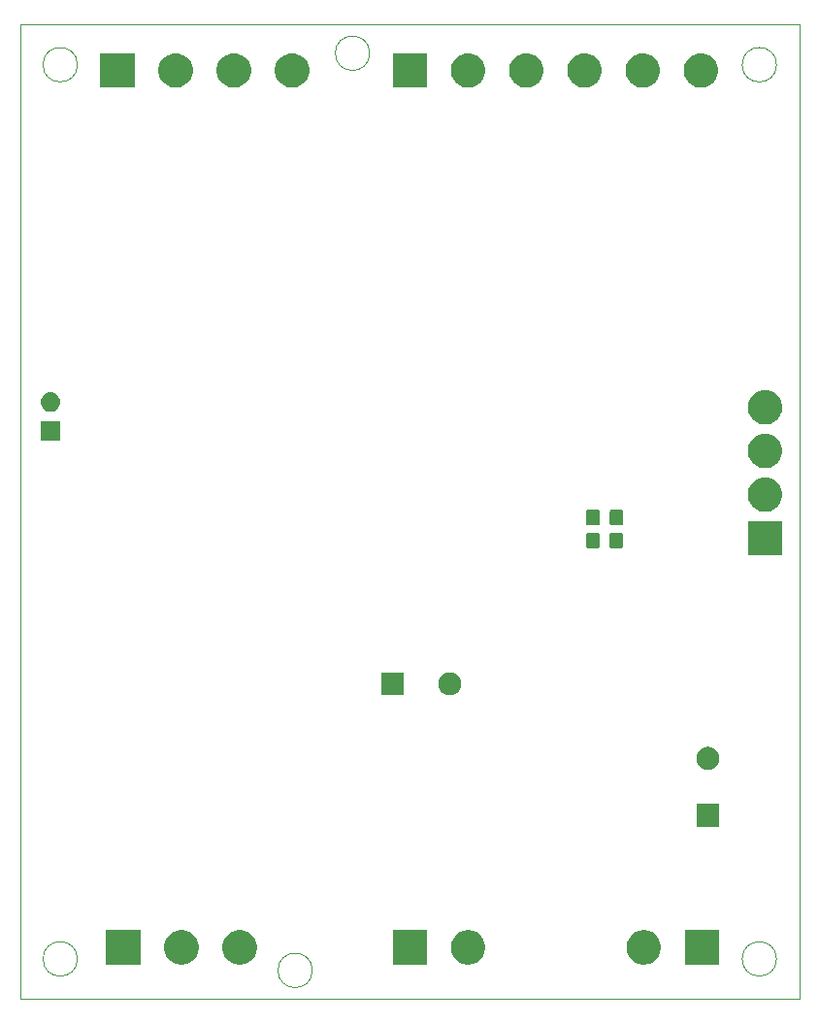
<source format=gbs>
G04 #@! TF.GenerationSoftware,KiCad,Pcbnew,(5.0.2)-1*
G04 #@! TF.CreationDate,2019-03-05T13:12:27+03:00*
G04 #@! TF.ProjectId,stm8do,73746d38-646f-42e6-9b69-6361645f7063,rev?*
G04 #@! TF.SameCoordinates,Original*
G04 #@! TF.FileFunction,Soldermask,Bot*
G04 #@! TF.FilePolarity,Negative*
%FSLAX46Y46*%
G04 Gerber Fmt 4.6, Leading zero omitted, Abs format (unit mm)*
G04 Created by KiCad (PCBNEW (5.0.2)-1) date 05.03.2019 13:12:27*
%MOMM*%
%LPD*%
G01*
G04 APERTURE LIST*
%ADD10C,0.100000*%
G04 APERTURE END LIST*
D10*
X74500000Y-59000000D02*
G75*
G03X74500000Y-59000000I-1500000J0D01*
G01*
X135500000Y-59000000D02*
G75*
G03X135500000Y-59000000I-1500000J0D01*
G01*
X135500000Y-137000000D02*
G75*
G03X135500000Y-137000000I-1500000J0D01*
G01*
X74500000Y-137000000D02*
G75*
G03X74500000Y-137000000I-1500000J0D01*
G01*
X95000000Y-138000000D02*
G75*
G03X95000000Y-138000000I-1500000J0D01*
G01*
X100000000Y-58000000D02*
G75*
G03X100000000Y-58000000I-1500000J0D01*
G01*
X137500000Y-55500000D02*
X69500000Y-55500000D01*
X137500000Y-140500000D02*
X137500000Y-55500000D01*
X69500000Y-140500000D02*
X137500000Y-140500000D01*
X69500000Y-55500000D02*
X69500000Y-140500000D01*
G36*
X108920935Y-134538429D02*
X109017534Y-134557644D01*
X109290517Y-134670717D01*
X109532920Y-134832687D01*
X109536197Y-134834876D01*
X109745124Y-135043803D01*
X109909284Y-135289485D01*
X110022356Y-135562467D01*
X110080000Y-135852261D01*
X110080000Y-136147739D01*
X110022356Y-136437533D01*
X109909284Y-136710515D01*
X109745124Y-136956197D01*
X109536197Y-137165124D01*
X109536194Y-137165126D01*
X109290517Y-137329283D01*
X109017534Y-137442356D01*
X108920935Y-137461571D01*
X108727739Y-137500000D01*
X108432261Y-137500000D01*
X108239065Y-137461571D01*
X108142466Y-137442356D01*
X107869483Y-137329283D01*
X107623806Y-137165126D01*
X107623803Y-137165124D01*
X107414876Y-136956197D01*
X107250716Y-136710515D01*
X107137644Y-136437533D01*
X107080000Y-136147739D01*
X107080000Y-135852261D01*
X107137644Y-135562467D01*
X107250716Y-135289485D01*
X107414876Y-135043803D01*
X107623803Y-134834876D01*
X107627080Y-134832687D01*
X107869483Y-134670717D01*
X108142466Y-134557644D01*
X108239065Y-134538429D01*
X108432261Y-134500000D01*
X108727739Y-134500000D01*
X108920935Y-134538429D01*
X108920935Y-134538429D01*
G37*
G36*
X105000000Y-137500000D02*
X102000000Y-137500000D01*
X102000000Y-134500000D01*
X105000000Y-134500000D01*
X105000000Y-137500000D01*
X105000000Y-137500000D01*
G37*
G36*
X130500000Y-137500000D02*
X127500000Y-137500000D01*
X127500000Y-134500000D01*
X130500000Y-134500000D01*
X130500000Y-137500000D01*
X130500000Y-137500000D01*
G37*
G36*
X80000000Y-137500000D02*
X77000000Y-137500000D01*
X77000000Y-134500000D01*
X80000000Y-134500000D01*
X80000000Y-137500000D01*
X80000000Y-137500000D01*
G37*
G36*
X83920935Y-134538429D02*
X84017534Y-134557644D01*
X84290517Y-134670717D01*
X84532920Y-134832687D01*
X84536197Y-134834876D01*
X84745124Y-135043803D01*
X84909284Y-135289485D01*
X85022356Y-135562467D01*
X85080000Y-135852261D01*
X85080000Y-136147739D01*
X85022356Y-136437533D01*
X84909284Y-136710515D01*
X84745124Y-136956197D01*
X84536197Y-137165124D01*
X84536194Y-137165126D01*
X84290517Y-137329283D01*
X84017534Y-137442356D01*
X83920935Y-137461571D01*
X83727739Y-137500000D01*
X83432261Y-137500000D01*
X83239065Y-137461571D01*
X83142466Y-137442356D01*
X82869483Y-137329283D01*
X82623806Y-137165126D01*
X82623803Y-137165124D01*
X82414876Y-136956197D01*
X82250716Y-136710515D01*
X82137644Y-136437533D01*
X82080000Y-136147739D01*
X82080000Y-135852261D01*
X82137644Y-135562467D01*
X82250716Y-135289485D01*
X82414876Y-135043803D01*
X82623803Y-134834876D01*
X82627080Y-134832687D01*
X82869483Y-134670717D01*
X83142466Y-134557644D01*
X83239065Y-134538429D01*
X83432261Y-134500000D01*
X83727739Y-134500000D01*
X83920935Y-134538429D01*
X83920935Y-134538429D01*
G37*
G36*
X89000935Y-134538429D02*
X89097534Y-134557644D01*
X89370517Y-134670717D01*
X89612920Y-134832687D01*
X89616197Y-134834876D01*
X89825124Y-135043803D01*
X89989284Y-135289485D01*
X90102356Y-135562467D01*
X90160000Y-135852261D01*
X90160000Y-136147739D01*
X90102356Y-136437533D01*
X89989284Y-136710515D01*
X89825124Y-136956197D01*
X89616197Y-137165124D01*
X89616194Y-137165126D01*
X89370517Y-137329283D01*
X89097534Y-137442356D01*
X89000935Y-137461571D01*
X88807739Y-137500000D01*
X88512261Y-137500000D01*
X88319065Y-137461571D01*
X88222466Y-137442356D01*
X87949483Y-137329283D01*
X87703806Y-137165126D01*
X87703803Y-137165124D01*
X87494876Y-136956197D01*
X87330716Y-136710515D01*
X87217644Y-136437533D01*
X87160000Y-136147739D01*
X87160000Y-135852261D01*
X87217644Y-135562467D01*
X87330716Y-135289485D01*
X87494876Y-135043803D01*
X87703803Y-134834876D01*
X87707080Y-134832687D01*
X87949483Y-134670717D01*
X88222466Y-134557644D01*
X88319065Y-134538429D01*
X88512261Y-134500000D01*
X88807739Y-134500000D01*
X89000935Y-134538429D01*
X89000935Y-134538429D01*
G37*
G36*
X124260935Y-134538429D02*
X124357534Y-134557644D01*
X124630517Y-134670717D01*
X124872920Y-134832687D01*
X124876197Y-134834876D01*
X125085124Y-135043803D01*
X125249284Y-135289485D01*
X125362356Y-135562467D01*
X125420000Y-135852261D01*
X125420000Y-136147739D01*
X125362356Y-136437533D01*
X125249284Y-136710515D01*
X125085124Y-136956197D01*
X124876197Y-137165124D01*
X124876194Y-137165126D01*
X124630517Y-137329283D01*
X124357534Y-137442356D01*
X124260935Y-137461571D01*
X124067739Y-137500000D01*
X123772261Y-137500000D01*
X123579065Y-137461571D01*
X123482466Y-137442356D01*
X123209483Y-137329283D01*
X122963806Y-137165126D01*
X122963803Y-137165124D01*
X122754876Y-136956197D01*
X122590716Y-136710515D01*
X122477644Y-136437533D01*
X122420000Y-136147739D01*
X122420000Y-135852261D01*
X122477644Y-135562467D01*
X122590716Y-135289485D01*
X122754876Y-135043803D01*
X122963803Y-134834876D01*
X122967080Y-134832687D01*
X123209483Y-134670717D01*
X123482466Y-134557644D01*
X123579065Y-134538429D01*
X123772261Y-134500000D01*
X124067739Y-134500000D01*
X124260935Y-134538429D01*
X124260935Y-134538429D01*
G37*
G36*
X130500000Y-125500000D02*
X128500000Y-125500000D01*
X128500000Y-123500000D01*
X130500000Y-123500000D01*
X130500000Y-125500000D01*
X130500000Y-125500000D01*
G37*
G36*
X129675770Y-118515372D02*
X129791689Y-118538429D01*
X129973678Y-118613811D01*
X130137463Y-118723249D01*
X130276751Y-118862537D01*
X130386189Y-119026322D01*
X130461571Y-119208311D01*
X130500000Y-119401509D01*
X130500000Y-119598491D01*
X130461571Y-119791689D01*
X130386189Y-119973678D01*
X130276751Y-120137463D01*
X130137463Y-120276751D01*
X129973678Y-120386189D01*
X129791689Y-120461571D01*
X129675770Y-120484628D01*
X129598493Y-120500000D01*
X129401507Y-120500000D01*
X129324230Y-120484628D01*
X129208311Y-120461571D01*
X129026322Y-120386189D01*
X128862537Y-120276751D01*
X128723249Y-120137463D01*
X128613811Y-119973678D01*
X128538429Y-119791689D01*
X128500000Y-119598491D01*
X128500000Y-119401509D01*
X128538429Y-119208311D01*
X128613811Y-119026322D01*
X128723249Y-118862537D01*
X128862537Y-118723249D01*
X129026322Y-118613811D01*
X129208311Y-118538429D01*
X129324230Y-118515372D01*
X129401507Y-118500000D01*
X129598493Y-118500000D01*
X129675770Y-118515372D01*
X129675770Y-118515372D01*
G37*
G36*
X107175770Y-112015372D02*
X107291689Y-112038429D01*
X107473678Y-112113811D01*
X107637463Y-112223249D01*
X107776751Y-112362537D01*
X107886189Y-112526322D01*
X107961571Y-112708311D01*
X108000000Y-112901509D01*
X108000000Y-113098491D01*
X107961571Y-113291689D01*
X107886189Y-113473678D01*
X107776751Y-113637463D01*
X107637463Y-113776751D01*
X107473678Y-113886189D01*
X107291689Y-113961571D01*
X107175770Y-113984628D01*
X107098493Y-114000000D01*
X106901507Y-114000000D01*
X106824230Y-113984628D01*
X106708311Y-113961571D01*
X106526322Y-113886189D01*
X106362537Y-113776751D01*
X106223249Y-113637463D01*
X106113811Y-113473678D01*
X106038429Y-113291689D01*
X106000000Y-113098491D01*
X106000000Y-112901509D01*
X106038429Y-112708311D01*
X106113811Y-112526322D01*
X106223249Y-112362537D01*
X106362537Y-112223249D01*
X106526322Y-112113811D01*
X106708311Y-112038429D01*
X106824230Y-112015372D01*
X106901507Y-112000000D01*
X107098493Y-112000000D01*
X107175770Y-112015372D01*
X107175770Y-112015372D01*
G37*
G36*
X103000000Y-114000000D02*
X101000000Y-114000000D01*
X101000000Y-112000000D01*
X103000000Y-112000000D01*
X103000000Y-114000000D01*
X103000000Y-114000000D01*
G37*
G36*
X135999870Y-101809870D02*
X133000130Y-101809870D01*
X133000130Y-98810130D01*
X135999870Y-98810130D01*
X135999870Y-101809870D01*
X135999870Y-101809870D01*
G37*
G36*
X121955522Y-99804039D02*
X121989053Y-99814211D01*
X122019960Y-99830731D01*
X122047043Y-99852957D01*
X122069269Y-99880040D01*
X122085789Y-99910947D01*
X122095961Y-99944478D01*
X122100000Y-99985487D01*
X122100000Y-101014513D01*
X122095961Y-101055522D01*
X122085789Y-101089053D01*
X122069269Y-101119960D01*
X122047043Y-101147043D01*
X122019960Y-101169269D01*
X121989053Y-101185789D01*
X121955522Y-101195961D01*
X121914513Y-101200000D01*
X121135487Y-101200000D01*
X121094478Y-101195961D01*
X121060947Y-101185789D01*
X121030040Y-101169269D01*
X121002957Y-101147043D01*
X120980731Y-101119960D01*
X120964211Y-101089053D01*
X120954039Y-101055522D01*
X120950000Y-101014513D01*
X120950000Y-99985487D01*
X120954039Y-99944478D01*
X120964211Y-99910947D01*
X120980731Y-99880040D01*
X121002957Y-99852957D01*
X121030040Y-99830731D01*
X121060947Y-99814211D01*
X121094478Y-99804039D01*
X121135487Y-99800000D01*
X121914513Y-99800000D01*
X121955522Y-99804039D01*
X121955522Y-99804039D01*
G37*
G36*
X119905522Y-99804039D02*
X119939053Y-99814211D01*
X119969960Y-99830731D01*
X119997043Y-99852957D01*
X120019269Y-99880040D01*
X120035789Y-99910947D01*
X120045961Y-99944478D01*
X120050000Y-99985487D01*
X120050000Y-101014513D01*
X120045961Y-101055522D01*
X120035789Y-101089053D01*
X120019269Y-101119960D01*
X119997043Y-101147043D01*
X119969960Y-101169269D01*
X119939053Y-101185789D01*
X119905522Y-101195961D01*
X119864513Y-101200000D01*
X119085487Y-101200000D01*
X119044478Y-101195961D01*
X119010947Y-101185789D01*
X118980040Y-101169269D01*
X118952957Y-101147043D01*
X118930731Y-101119960D01*
X118914211Y-101089053D01*
X118904039Y-101055522D01*
X118900000Y-101014513D01*
X118900000Y-99985487D01*
X118904039Y-99944478D01*
X118914211Y-99910947D01*
X118930731Y-99880040D01*
X118952957Y-99852957D01*
X118980040Y-99830731D01*
X119010947Y-99814211D01*
X119044478Y-99804039D01*
X119085487Y-99800000D01*
X119864513Y-99800000D01*
X119905522Y-99804039D01*
X119905522Y-99804039D01*
G37*
G36*
X119905522Y-97804039D02*
X119939053Y-97814211D01*
X119969960Y-97830731D01*
X119997043Y-97852957D01*
X120019269Y-97880040D01*
X120035789Y-97910947D01*
X120045961Y-97944478D01*
X120050000Y-97985487D01*
X120050000Y-99014513D01*
X120045961Y-99055522D01*
X120035789Y-99089053D01*
X120019269Y-99119960D01*
X119997043Y-99147043D01*
X119969960Y-99169269D01*
X119939053Y-99185789D01*
X119905522Y-99195961D01*
X119864513Y-99200000D01*
X119085487Y-99200000D01*
X119044478Y-99195961D01*
X119010947Y-99185789D01*
X118980040Y-99169269D01*
X118952957Y-99147043D01*
X118930731Y-99119960D01*
X118914211Y-99089053D01*
X118904039Y-99055522D01*
X118900000Y-99014513D01*
X118900000Y-97985487D01*
X118904039Y-97944478D01*
X118914211Y-97910947D01*
X118930731Y-97880040D01*
X118952957Y-97852957D01*
X118980040Y-97830731D01*
X119010947Y-97814211D01*
X119044478Y-97804039D01*
X119085487Y-97800000D01*
X119864513Y-97800000D01*
X119905522Y-97804039D01*
X119905522Y-97804039D01*
G37*
G36*
X121955522Y-97804039D02*
X121989053Y-97814211D01*
X122019960Y-97830731D01*
X122047043Y-97852957D01*
X122069269Y-97880040D01*
X122085789Y-97910947D01*
X122095961Y-97944478D01*
X122100000Y-97985487D01*
X122100000Y-99014513D01*
X122095961Y-99055522D01*
X122085789Y-99089053D01*
X122069269Y-99119960D01*
X122047043Y-99147043D01*
X122019960Y-99169269D01*
X121989053Y-99185789D01*
X121955522Y-99195961D01*
X121914513Y-99200000D01*
X121135487Y-99200000D01*
X121094478Y-99195961D01*
X121060947Y-99185789D01*
X121030040Y-99169269D01*
X121002957Y-99147043D01*
X120980731Y-99119960D01*
X120964211Y-99089053D01*
X120954039Y-99055522D01*
X120950000Y-99014513D01*
X120950000Y-97985487D01*
X120954039Y-97944478D01*
X120964211Y-97910947D01*
X120980731Y-97880040D01*
X121002957Y-97852957D01*
X121030040Y-97830731D01*
X121060947Y-97814211D01*
X121094478Y-97804039D01*
X121135487Y-97800000D01*
X121914513Y-97800000D01*
X121955522Y-97804039D01*
X121955522Y-97804039D01*
G37*
G36*
X134840905Y-95038556D02*
X134937496Y-95057769D01*
X135050559Y-95104602D01*
X135210454Y-95170832D01*
X135456114Y-95334977D01*
X135665023Y-95543886D01*
X135829168Y-95789546D01*
X135942231Y-96062505D01*
X135999870Y-96352274D01*
X135999870Y-96647726D01*
X135942231Y-96937495D01*
X135829168Y-97210454D01*
X135665023Y-97456114D01*
X135456114Y-97665023D01*
X135210454Y-97829168D01*
X135050559Y-97895398D01*
X134937496Y-97942231D01*
X134876675Y-97954329D01*
X134647726Y-97999870D01*
X134352274Y-97999870D01*
X134123325Y-97954329D01*
X134062504Y-97942231D01*
X133949441Y-97895398D01*
X133789546Y-97829168D01*
X133543886Y-97665023D01*
X133334977Y-97456114D01*
X133170832Y-97210454D01*
X133057769Y-96937495D01*
X133000130Y-96647726D01*
X133000130Y-96352274D01*
X133057769Y-96062505D01*
X133170832Y-95789546D01*
X133334977Y-95543886D01*
X133543886Y-95334977D01*
X133789546Y-95170832D01*
X133949441Y-95104602D01*
X134062504Y-95057769D01*
X134159095Y-95038556D01*
X134352274Y-95000130D01*
X134647726Y-95000130D01*
X134840905Y-95038556D01*
X134840905Y-95038556D01*
G37*
G36*
X134840905Y-91228556D02*
X134937496Y-91247769D01*
X135050559Y-91294602D01*
X135210454Y-91360832D01*
X135456114Y-91524977D01*
X135665023Y-91733886D01*
X135829168Y-91979546D01*
X135942231Y-92252505D01*
X135999870Y-92542274D01*
X135999870Y-92837726D01*
X135942231Y-93127495D01*
X135829168Y-93400454D01*
X135665023Y-93646114D01*
X135456114Y-93855023D01*
X135210454Y-94019168D01*
X135050559Y-94085398D01*
X134937496Y-94132231D01*
X134840905Y-94151444D01*
X134647726Y-94189870D01*
X134352274Y-94189870D01*
X134159095Y-94151444D01*
X134062504Y-94132231D01*
X133949441Y-94085398D01*
X133789546Y-94019168D01*
X133543886Y-93855023D01*
X133334977Y-93646114D01*
X133170832Y-93400454D01*
X133057769Y-93127495D01*
X133000130Y-92837726D01*
X133000130Y-92542274D01*
X133057769Y-92252505D01*
X133170832Y-91979546D01*
X133334977Y-91733886D01*
X133543886Y-91524977D01*
X133789546Y-91360832D01*
X133949441Y-91294602D01*
X134062504Y-91247769D01*
X134159095Y-91228556D01*
X134352274Y-91190130D01*
X134647726Y-91190130D01*
X134840905Y-91228556D01*
X134840905Y-91228556D01*
G37*
G36*
X72999834Y-91823810D02*
X71299834Y-91823810D01*
X71299834Y-90123810D01*
X72999834Y-90123810D01*
X72999834Y-91823810D01*
X72999834Y-91823810D01*
G37*
G36*
X134840905Y-87418556D02*
X134937496Y-87437769D01*
X135050559Y-87484602D01*
X135210454Y-87550832D01*
X135456114Y-87714977D01*
X135665023Y-87923886D01*
X135829168Y-88169546D01*
X135895398Y-88329441D01*
X135942231Y-88442504D01*
X135999870Y-88732276D01*
X135999870Y-89027724D01*
X135948932Y-89283810D01*
X135942231Y-89317495D01*
X135829168Y-89590454D01*
X135665023Y-89836114D01*
X135456114Y-90045023D01*
X135210454Y-90209168D01*
X135050559Y-90275398D01*
X134937496Y-90322231D01*
X134840905Y-90341444D01*
X134647726Y-90379870D01*
X134352274Y-90379870D01*
X134159095Y-90341444D01*
X134062504Y-90322231D01*
X133949441Y-90275398D01*
X133789546Y-90209168D01*
X133543886Y-90045023D01*
X133334977Y-89836114D01*
X133170832Y-89590454D01*
X133057769Y-89317495D01*
X133051069Y-89283810D01*
X133000130Y-89027724D01*
X133000130Y-88732276D01*
X133057769Y-88442504D01*
X133104602Y-88329441D01*
X133170832Y-88169546D01*
X133334977Y-87923886D01*
X133543886Y-87714977D01*
X133789546Y-87550832D01*
X133949441Y-87484602D01*
X134062504Y-87437769D01*
X134159095Y-87418556D01*
X134352274Y-87380130D01*
X134647726Y-87380130D01*
X134840905Y-87418556D01*
X134840905Y-87418556D01*
G37*
G36*
X72316464Y-87596109D02*
X72476689Y-87644713D01*
X72624354Y-87723641D01*
X72753783Y-87829861D01*
X72860003Y-87959290D01*
X72938931Y-88106955D01*
X72987535Y-88267180D01*
X73003946Y-88433810D01*
X72987535Y-88600440D01*
X72938931Y-88760665D01*
X72860003Y-88908330D01*
X72753783Y-89037759D01*
X72624354Y-89143979D01*
X72476689Y-89222907D01*
X72316464Y-89271511D01*
X72191586Y-89283810D01*
X72108082Y-89283810D01*
X71983204Y-89271511D01*
X71822979Y-89222907D01*
X71675314Y-89143979D01*
X71545885Y-89037759D01*
X71439665Y-88908330D01*
X71360737Y-88760665D01*
X71312133Y-88600440D01*
X71295722Y-88433810D01*
X71312133Y-88267180D01*
X71360737Y-88106955D01*
X71439665Y-87959290D01*
X71545885Y-87829861D01*
X71675314Y-87723641D01*
X71822979Y-87644713D01*
X71983204Y-87596109D01*
X72108082Y-87583810D01*
X72191586Y-87583810D01*
X72316464Y-87596109D01*
X72316464Y-87596109D01*
G37*
G36*
X124160935Y-58038429D02*
X124257534Y-58057644D01*
X124530517Y-58170717D01*
X124772920Y-58332687D01*
X124776197Y-58334876D01*
X124985124Y-58543803D01*
X125149284Y-58789485D01*
X125262356Y-59062467D01*
X125320000Y-59352261D01*
X125320000Y-59647739D01*
X125262356Y-59937533D01*
X125149284Y-60210515D01*
X124985124Y-60456197D01*
X124776197Y-60665124D01*
X124776194Y-60665126D01*
X124530517Y-60829283D01*
X124257534Y-60942356D01*
X124160935Y-60961571D01*
X123967739Y-61000000D01*
X123672261Y-61000000D01*
X123479065Y-60961571D01*
X123382466Y-60942356D01*
X123109483Y-60829283D01*
X122863806Y-60665126D01*
X122863803Y-60665124D01*
X122654876Y-60456197D01*
X122490716Y-60210515D01*
X122377644Y-59937533D01*
X122320000Y-59647739D01*
X122320000Y-59352261D01*
X122377644Y-59062467D01*
X122490716Y-58789485D01*
X122654876Y-58543803D01*
X122863803Y-58334876D01*
X122867080Y-58332687D01*
X123109483Y-58170717D01*
X123382466Y-58057644D01*
X123479065Y-58038429D01*
X123672261Y-58000000D01*
X123967739Y-58000000D01*
X124160935Y-58038429D01*
X124160935Y-58038429D01*
G37*
G36*
X83420935Y-58038429D02*
X83517534Y-58057644D01*
X83790517Y-58170717D01*
X84032920Y-58332687D01*
X84036197Y-58334876D01*
X84245124Y-58543803D01*
X84409284Y-58789485D01*
X84522356Y-59062467D01*
X84580000Y-59352261D01*
X84580000Y-59647739D01*
X84522356Y-59937533D01*
X84409284Y-60210515D01*
X84245124Y-60456197D01*
X84036197Y-60665124D01*
X84036194Y-60665126D01*
X83790517Y-60829283D01*
X83517534Y-60942356D01*
X83420935Y-60961571D01*
X83227739Y-61000000D01*
X82932261Y-61000000D01*
X82739065Y-60961571D01*
X82642466Y-60942356D01*
X82369483Y-60829283D01*
X82123806Y-60665126D01*
X82123803Y-60665124D01*
X81914876Y-60456197D01*
X81750716Y-60210515D01*
X81637644Y-59937533D01*
X81580000Y-59647739D01*
X81580000Y-59352261D01*
X81637644Y-59062467D01*
X81750716Y-58789485D01*
X81914876Y-58543803D01*
X82123803Y-58334876D01*
X82127080Y-58332687D01*
X82369483Y-58170717D01*
X82642466Y-58057644D01*
X82739065Y-58038429D01*
X82932261Y-58000000D01*
X83227739Y-58000000D01*
X83420935Y-58038429D01*
X83420935Y-58038429D01*
G37*
G36*
X119080935Y-58038429D02*
X119177534Y-58057644D01*
X119450517Y-58170717D01*
X119692920Y-58332687D01*
X119696197Y-58334876D01*
X119905124Y-58543803D01*
X120069284Y-58789485D01*
X120182356Y-59062467D01*
X120240000Y-59352261D01*
X120240000Y-59647739D01*
X120182356Y-59937533D01*
X120069284Y-60210515D01*
X119905124Y-60456197D01*
X119696197Y-60665124D01*
X119696194Y-60665126D01*
X119450517Y-60829283D01*
X119177534Y-60942356D01*
X119080935Y-60961571D01*
X118887739Y-61000000D01*
X118592261Y-61000000D01*
X118399065Y-60961571D01*
X118302466Y-60942356D01*
X118029483Y-60829283D01*
X117783806Y-60665126D01*
X117783803Y-60665124D01*
X117574876Y-60456197D01*
X117410716Y-60210515D01*
X117297644Y-59937533D01*
X117240000Y-59647739D01*
X117240000Y-59352261D01*
X117297644Y-59062467D01*
X117410716Y-58789485D01*
X117574876Y-58543803D01*
X117783803Y-58334876D01*
X117787080Y-58332687D01*
X118029483Y-58170717D01*
X118302466Y-58057644D01*
X118399065Y-58038429D01*
X118592261Y-58000000D01*
X118887739Y-58000000D01*
X119080935Y-58038429D01*
X119080935Y-58038429D01*
G37*
G36*
X114000935Y-58038429D02*
X114097534Y-58057644D01*
X114370517Y-58170717D01*
X114612920Y-58332687D01*
X114616197Y-58334876D01*
X114825124Y-58543803D01*
X114989284Y-58789485D01*
X115102356Y-59062467D01*
X115160000Y-59352261D01*
X115160000Y-59647739D01*
X115102356Y-59937533D01*
X114989284Y-60210515D01*
X114825124Y-60456197D01*
X114616197Y-60665124D01*
X114616194Y-60665126D01*
X114370517Y-60829283D01*
X114097534Y-60942356D01*
X114000935Y-60961571D01*
X113807739Y-61000000D01*
X113512261Y-61000000D01*
X113319065Y-60961571D01*
X113222466Y-60942356D01*
X112949483Y-60829283D01*
X112703806Y-60665126D01*
X112703803Y-60665124D01*
X112494876Y-60456197D01*
X112330716Y-60210515D01*
X112217644Y-59937533D01*
X112160000Y-59647739D01*
X112160000Y-59352261D01*
X112217644Y-59062467D01*
X112330716Y-58789485D01*
X112494876Y-58543803D01*
X112703803Y-58334876D01*
X112707080Y-58332687D01*
X112949483Y-58170717D01*
X113222466Y-58057644D01*
X113319065Y-58038429D01*
X113512261Y-58000000D01*
X113807739Y-58000000D01*
X114000935Y-58038429D01*
X114000935Y-58038429D01*
G37*
G36*
X108920935Y-58038429D02*
X109017534Y-58057644D01*
X109290517Y-58170717D01*
X109532920Y-58332687D01*
X109536197Y-58334876D01*
X109745124Y-58543803D01*
X109909284Y-58789485D01*
X110022356Y-59062467D01*
X110080000Y-59352261D01*
X110080000Y-59647739D01*
X110022356Y-59937533D01*
X109909284Y-60210515D01*
X109745124Y-60456197D01*
X109536197Y-60665124D01*
X109536194Y-60665126D01*
X109290517Y-60829283D01*
X109017534Y-60942356D01*
X108920935Y-60961571D01*
X108727739Y-61000000D01*
X108432261Y-61000000D01*
X108239065Y-60961571D01*
X108142466Y-60942356D01*
X107869483Y-60829283D01*
X107623806Y-60665126D01*
X107623803Y-60665124D01*
X107414876Y-60456197D01*
X107250716Y-60210515D01*
X107137644Y-59937533D01*
X107080000Y-59647739D01*
X107080000Y-59352261D01*
X107137644Y-59062467D01*
X107250716Y-58789485D01*
X107414876Y-58543803D01*
X107623803Y-58334876D01*
X107627080Y-58332687D01*
X107869483Y-58170717D01*
X108142466Y-58057644D01*
X108239065Y-58038429D01*
X108432261Y-58000000D01*
X108727739Y-58000000D01*
X108920935Y-58038429D01*
X108920935Y-58038429D01*
G37*
G36*
X105000000Y-61000000D02*
X102000000Y-61000000D01*
X102000000Y-58000000D01*
X105000000Y-58000000D01*
X105000000Y-61000000D01*
X105000000Y-61000000D01*
G37*
G36*
X93580935Y-58038429D02*
X93677534Y-58057644D01*
X93950517Y-58170717D01*
X94192920Y-58332687D01*
X94196197Y-58334876D01*
X94405124Y-58543803D01*
X94569284Y-58789485D01*
X94682356Y-59062467D01*
X94740000Y-59352261D01*
X94740000Y-59647739D01*
X94682356Y-59937533D01*
X94569284Y-60210515D01*
X94405124Y-60456197D01*
X94196197Y-60665124D01*
X94196194Y-60665126D01*
X93950517Y-60829283D01*
X93677534Y-60942356D01*
X93580935Y-60961571D01*
X93387739Y-61000000D01*
X93092261Y-61000000D01*
X92899065Y-60961571D01*
X92802466Y-60942356D01*
X92529483Y-60829283D01*
X92283806Y-60665126D01*
X92283803Y-60665124D01*
X92074876Y-60456197D01*
X91910716Y-60210515D01*
X91797644Y-59937533D01*
X91740000Y-59647739D01*
X91740000Y-59352261D01*
X91797644Y-59062467D01*
X91910716Y-58789485D01*
X92074876Y-58543803D01*
X92283803Y-58334876D01*
X92287080Y-58332687D01*
X92529483Y-58170717D01*
X92802466Y-58057644D01*
X92899065Y-58038429D01*
X93092261Y-58000000D01*
X93387739Y-58000000D01*
X93580935Y-58038429D01*
X93580935Y-58038429D01*
G37*
G36*
X88500935Y-58038429D02*
X88597534Y-58057644D01*
X88870517Y-58170717D01*
X89112920Y-58332687D01*
X89116197Y-58334876D01*
X89325124Y-58543803D01*
X89489284Y-58789485D01*
X89602356Y-59062467D01*
X89660000Y-59352261D01*
X89660000Y-59647739D01*
X89602356Y-59937533D01*
X89489284Y-60210515D01*
X89325124Y-60456197D01*
X89116197Y-60665124D01*
X89116194Y-60665126D01*
X88870517Y-60829283D01*
X88597534Y-60942356D01*
X88500935Y-60961571D01*
X88307739Y-61000000D01*
X88012261Y-61000000D01*
X87819065Y-60961571D01*
X87722466Y-60942356D01*
X87449483Y-60829283D01*
X87203806Y-60665126D01*
X87203803Y-60665124D01*
X86994876Y-60456197D01*
X86830716Y-60210515D01*
X86717644Y-59937533D01*
X86660000Y-59647739D01*
X86660000Y-59352261D01*
X86717644Y-59062467D01*
X86830716Y-58789485D01*
X86994876Y-58543803D01*
X87203803Y-58334876D01*
X87207080Y-58332687D01*
X87449483Y-58170717D01*
X87722466Y-58057644D01*
X87819065Y-58038429D01*
X88012261Y-58000000D01*
X88307739Y-58000000D01*
X88500935Y-58038429D01*
X88500935Y-58038429D01*
G37*
G36*
X79500000Y-61000000D02*
X76500000Y-61000000D01*
X76500000Y-58000000D01*
X79500000Y-58000000D01*
X79500000Y-61000000D01*
X79500000Y-61000000D01*
G37*
G36*
X129240935Y-58038429D02*
X129337534Y-58057644D01*
X129610517Y-58170717D01*
X129852920Y-58332687D01*
X129856197Y-58334876D01*
X130065124Y-58543803D01*
X130229284Y-58789485D01*
X130342356Y-59062467D01*
X130400000Y-59352261D01*
X130400000Y-59647739D01*
X130342356Y-59937533D01*
X130229284Y-60210515D01*
X130065124Y-60456197D01*
X129856197Y-60665124D01*
X129856194Y-60665126D01*
X129610517Y-60829283D01*
X129337534Y-60942356D01*
X129240935Y-60961571D01*
X129047739Y-61000000D01*
X128752261Y-61000000D01*
X128559065Y-60961571D01*
X128462466Y-60942356D01*
X128189483Y-60829283D01*
X127943806Y-60665126D01*
X127943803Y-60665124D01*
X127734876Y-60456197D01*
X127570716Y-60210515D01*
X127457644Y-59937533D01*
X127400000Y-59647739D01*
X127400000Y-59352261D01*
X127457644Y-59062467D01*
X127570716Y-58789485D01*
X127734876Y-58543803D01*
X127943803Y-58334876D01*
X127947080Y-58332687D01*
X128189483Y-58170717D01*
X128462466Y-58057644D01*
X128559065Y-58038429D01*
X128752261Y-58000000D01*
X129047739Y-58000000D01*
X129240935Y-58038429D01*
X129240935Y-58038429D01*
G37*
M02*

</source>
